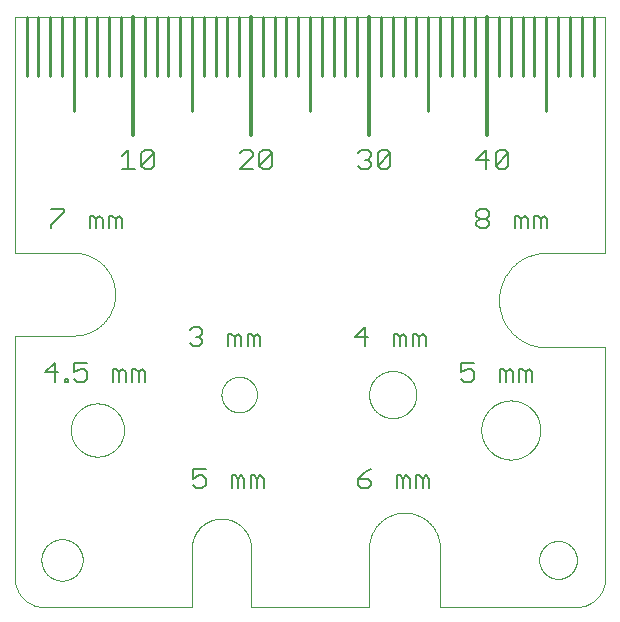
<source format=gto>
G75*
%MOIN*%
%OFA0B0*%
%FSLAX25Y25*%
%IPPOS*%
%LPD*%
%AMOC8*
5,1,8,0,0,1.08239X$1,22.5*
%
%ADD10C,0.00000*%
%ADD11C,0.00600*%
%ADD12C,0.01200*%
%ADD13C,0.01000*%
D10*
X0001000Y0010843D02*
X0001000Y0091551D01*
X0020685Y0091551D01*
X0021021Y0091555D01*
X0021356Y0091567D01*
X0021691Y0091588D01*
X0022025Y0091616D01*
X0022359Y0091653D01*
X0022691Y0091698D01*
X0023023Y0091751D01*
X0023353Y0091812D01*
X0023681Y0091881D01*
X0024008Y0091958D01*
X0024332Y0092043D01*
X0024655Y0092135D01*
X0024975Y0092236D01*
X0025293Y0092344D01*
X0025608Y0092460D01*
X0025920Y0092584D01*
X0026228Y0092715D01*
X0026534Y0092854D01*
X0026836Y0093000D01*
X0027135Y0093153D01*
X0027429Y0093314D01*
X0027720Y0093482D01*
X0028006Y0093657D01*
X0028288Y0093839D01*
X0028566Y0094027D01*
X0028839Y0094222D01*
X0029107Y0094424D01*
X0029370Y0094632D01*
X0029628Y0094847D01*
X0029881Y0095068D01*
X0030128Y0095295D01*
X0030369Y0095528D01*
X0030605Y0095767D01*
X0030835Y0096011D01*
X0031059Y0096261D01*
X0031277Y0096516D01*
X0031488Y0096777D01*
X0031694Y0097042D01*
X0031892Y0097313D01*
X0032084Y0097588D01*
X0032269Y0097868D01*
X0032448Y0098152D01*
X0032619Y0098441D01*
X0032783Y0098734D01*
X0032940Y0099030D01*
X0033090Y0099330D01*
X0033232Y0099634D01*
X0033367Y0099942D01*
X0033495Y0100252D01*
X0033615Y0100565D01*
X0033727Y0100882D01*
X0033831Y0101201D01*
X0033928Y0101522D01*
X0034017Y0101846D01*
X0034098Y0102171D01*
X0034171Y0102499D01*
X0034236Y0102828D01*
X0034293Y0103159D01*
X0034342Y0103491D01*
X0034382Y0103824D01*
X0034415Y0104158D01*
X0034439Y0104493D01*
X0034456Y0104828D01*
X0034464Y0105163D01*
X0034464Y0105499D01*
X0034456Y0105834D01*
X0034439Y0106169D01*
X0034415Y0106504D01*
X0034382Y0106838D01*
X0034342Y0107171D01*
X0034293Y0107503D01*
X0034236Y0107834D01*
X0034171Y0108163D01*
X0034098Y0108491D01*
X0034017Y0108816D01*
X0033928Y0109140D01*
X0033831Y0109461D01*
X0033727Y0109780D01*
X0033615Y0110097D01*
X0033495Y0110410D01*
X0033367Y0110720D01*
X0033232Y0111028D01*
X0033090Y0111332D01*
X0032940Y0111632D01*
X0032783Y0111928D01*
X0032619Y0112221D01*
X0032448Y0112510D01*
X0032269Y0112794D01*
X0032084Y0113074D01*
X0031892Y0113349D01*
X0031694Y0113620D01*
X0031488Y0113885D01*
X0031277Y0114146D01*
X0031059Y0114401D01*
X0030835Y0114651D01*
X0030605Y0114895D01*
X0030369Y0115134D01*
X0030128Y0115367D01*
X0029881Y0115594D01*
X0029628Y0115815D01*
X0029370Y0116030D01*
X0029107Y0116238D01*
X0028839Y0116440D01*
X0028566Y0116635D01*
X0028288Y0116823D01*
X0028006Y0117005D01*
X0027720Y0117180D01*
X0027429Y0117348D01*
X0027135Y0117509D01*
X0026836Y0117662D01*
X0026534Y0117808D01*
X0026228Y0117947D01*
X0025920Y0118078D01*
X0025608Y0118202D01*
X0025293Y0118318D01*
X0024975Y0118426D01*
X0024655Y0118527D01*
X0024332Y0118619D01*
X0024008Y0118704D01*
X0023681Y0118781D01*
X0023353Y0118850D01*
X0023023Y0118911D01*
X0022691Y0118964D01*
X0022359Y0119009D01*
X0022025Y0119046D01*
X0021691Y0119074D01*
X0021356Y0119095D01*
X0021021Y0119107D01*
X0020685Y0119111D01*
X0020685Y0119110D02*
X0001000Y0119110D01*
X0001000Y0197850D01*
X0197850Y0197850D01*
X0197850Y0119110D01*
X0178165Y0119110D01*
X0177782Y0119105D01*
X0177398Y0119091D01*
X0177015Y0119068D01*
X0176633Y0119035D01*
X0176252Y0118993D01*
X0175872Y0118942D01*
X0175493Y0118882D01*
X0175116Y0118812D01*
X0174741Y0118733D01*
X0174368Y0118645D01*
X0173997Y0118548D01*
X0173628Y0118442D01*
X0173262Y0118327D01*
X0172899Y0118204D01*
X0172539Y0118071D01*
X0172183Y0117930D01*
X0171830Y0117780D01*
X0171481Y0117621D01*
X0171135Y0117454D01*
X0170794Y0117279D01*
X0170458Y0117095D01*
X0170126Y0116903D01*
X0169798Y0116703D01*
X0169476Y0116496D01*
X0169159Y0116280D01*
X0168847Y0116057D01*
X0168540Y0115826D01*
X0168240Y0115588D01*
X0167945Y0115343D01*
X0167656Y0115091D01*
X0167374Y0114831D01*
X0167097Y0114565D01*
X0166828Y0114292D01*
X0166565Y0114013D01*
X0166309Y0113727D01*
X0166060Y0113436D01*
X0165819Y0113138D01*
X0165584Y0112834D01*
X0165357Y0112525D01*
X0165138Y0112211D01*
X0164926Y0111891D01*
X0164723Y0111566D01*
X0164527Y0111236D01*
X0164339Y0110902D01*
X0164160Y0110563D01*
X0163988Y0110219D01*
X0163826Y0109872D01*
X0163671Y0109521D01*
X0163526Y0109166D01*
X0163389Y0108808D01*
X0163260Y0108447D01*
X0163141Y0108082D01*
X0163031Y0107715D01*
X0162929Y0107345D01*
X0162837Y0106973D01*
X0162753Y0106599D01*
X0162679Y0106222D01*
X0162614Y0105844D01*
X0162558Y0105465D01*
X0162511Y0105084D01*
X0162474Y0104703D01*
X0162446Y0104320D01*
X0162428Y0103937D01*
X0162418Y0103554D01*
X0162418Y0103170D01*
X0162428Y0102787D01*
X0162446Y0102404D01*
X0162474Y0102021D01*
X0162511Y0101640D01*
X0162558Y0101259D01*
X0162614Y0100880D01*
X0162679Y0100502D01*
X0162753Y0100125D01*
X0162837Y0099751D01*
X0162929Y0099379D01*
X0163031Y0099009D01*
X0163141Y0098642D01*
X0163260Y0098277D01*
X0163389Y0097916D01*
X0163526Y0097558D01*
X0163671Y0097203D01*
X0163826Y0096852D01*
X0163988Y0096505D01*
X0164160Y0096161D01*
X0164339Y0095822D01*
X0164527Y0095488D01*
X0164723Y0095158D01*
X0164926Y0094833D01*
X0165138Y0094513D01*
X0165357Y0094199D01*
X0165584Y0093890D01*
X0165819Y0093586D01*
X0166060Y0093288D01*
X0166309Y0092997D01*
X0166565Y0092711D01*
X0166828Y0092432D01*
X0167097Y0092159D01*
X0167374Y0091893D01*
X0167656Y0091633D01*
X0167945Y0091381D01*
X0168240Y0091136D01*
X0168540Y0090898D01*
X0168847Y0090667D01*
X0169159Y0090444D01*
X0169476Y0090228D01*
X0169798Y0090021D01*
X0170126Y0089821D01*
X0170458Y0089629D01*
X0170794Y0089445D01*
X0171135Y0089270D01*
X0171481Y0089103D01*
X0171830Y0088944D01*
X0172183Y0088794D01*
X0172539Y0088653D01*
X0172899Y0088520D01*
X0173262Y0088397D01*
X0173628Y0088282D01*
X0173997Y0088176D01*
X0174368Y0088079D01*
X0174741Y0087991D01*
X0175116Y0087912D01*
X0175493Y0087842D01*
X0175872Y0087782D01*
X0176252Y0087731D01*
X0176633Y0087689D01*
X0177015Y0087656D01*
X0177398Y0087633D01*
X0177782Y0087619D01*
X0178165Y0087614D01*
X0197850Y0087614D01*
X0197850Y0010843D01*
X0197851Y0010843D02*
X0197848Y0010605D01*
X0197840Y0010367D01*
X0197825Y0010130D01*
X0197805Y0009893D01*
X0197779Y0009657D01*
X0197748Y0009421D01*
X0197711Y0009186D01*
X0197668Y0008952D01*
X0197619Y0008719D01*
X0197565Y0008487D01*
X0197505Y0008257D01*
X0197440Y0008028D01*
X0197369Y0007801D01*
X0197293Y0007576D01*
X0197211Y0007353D01*
X0197124Y0007131D01*
X0197032Y0006912D01*
X0196934Y0006695D01*
X0196832Y0006481D01*
X0196724Y0006269D01*
X0196610Y0006059D01*
X0196492Y0005853D01*
X0196369Y0005649D01*
X0196241Y0005449D01*
X0196109Y0005252D01*
X0195971Y0005057D01*
X0195829Y0004867D01*
X0195682Y0004679D01*
X0195531Y0004496D01*
X0195376Y0004316D01*
X0195216Y0004140D01*
X0195052Y0003968D01*
X0194883Y0003799D01*
X0194711Y0003635D01*
X0194535Y0003475D01*
X0194355Y0003320D01*
X0194172Y0003169D01*
X0193984Y0003022D01*
X0193794Y0002880D01*
X0193599Y0002742D01*
X0193402Y0002610D01*
X0193202Y0002482D01*
X0192998Y0002359D01*
X0192792Y0002241D01*
X0192582Y0002127D01*
X0192370Y0002019D01*
X0192156Y0001917D01*
X0191939Y0001819D01*
X0191720Y0001727D01*
X0191498Y0001640D01*
X0191275Y0001558D01*
X0191050Y0001482D01*
X0190823Y0001411D01*
X0190594Y0001346D01*
X0190364Y0001286D01*
X0190132Y0001232D01*
X0189899Y0001183D01*
X0189665Y0001140D01*
X0189430Y0001103D01*
X0189194Y0001072D01*
X0188958Y0001046D01*
X0188721Y0001026D01*
X0188484Y0001011D01*
X0188246Y0001003D01*
X0188008Y0001000D01*
X0142732Y0001000D01*
X0142732Y0020685D01*
X0142728Y0020973D01*
X0142718Y0021260D01*
X0142700Y0021547D01*
X0142676Y0021834D01*
X0142645Y0022120D01*
X0142606Y0022405D01*
X0142561Y0022689D01*
X0142509Y0022972D01*
X0142449Y0023253D01*
X0142383Y0023533D01*
X0142311Y0023811D01*
X0142231Y0024088D01*
X0142145Y0024362D01*
X0142052Y0024634D01*
X0141953Y0024904D01*
X0141847Y0025172D01*
X0141734Y0025436D01*
X0141615Y0025698D01*
X0141490Y0025957D01*
X0141358Y0026213D01*
X0141221Y0026466D01*
X0141077Y0026715D01*
X0140927Y0026960D01*
X0140771Y0027202D01*
X0140610Y0027440D01*
X0140442Y0027674D01*
X0140269Y0027904D01*
X0140091Y0028129D01*
X0139907Y0028350D01*
X0139718Y0028567D01*
X0139523Y0028779D01*
X0139323Y0028986D01*
X0139119Y0029188D01*
X0138909Y0029385D01*
X0138695Y0029577D01*
X0138476Y0029763D01*
X0138253Y0029945D01*
X0138025Y0030121D01*
X0137793Y0030291D01*
X0137557Y0030455D01*
X0137318Y0030614D01*
X0137074Y0030767D01*
X0136827Y0030914D01*
X0136576Y0031054D01*
X0136321Y0031189D01*
X0136064Y0031317D01*
X0135804Y0031439D01*
X0135540Y0031555D01*
X0135274Y0031664D01*
X0135006Y0031767D01*
X0134735Y0031863D01*
X0134461Y0031953D01*
X0134186Y0032036D01*
X0133908Y0032112D01*
X0133629Y0032181D01*
X0133349Y0032244D01*
X0133066Y0032300D01*
X0132783Y0032348D01*
X0132498Y0032390D01*
X0132213Y0032425D01*
X0131927Y0032453D01*
X0131640Y0032474D01*
X0131352Y0032488D01*
X0131065Y0032495D01*
X0130777Y0032495D01*
X0130490Y0032488D01*
X0130202Y0032474D01*
X0129915Y0032453D01*
X0129629Y0032425D01*
X0129344Y0032390D01*
X0129059Y0032348D01*
X0128776Y0032300D01*
X0128493Y0032244D01*
X0128213Y0032181D01*
X0127934Y0032112D01*
X0127656Y0032036D01*
X0127381Y0031953D01*
X0127107Y0031863D01*
X0126836Y0031767D01*
X0126568Y0031664D01*
X0126302Y0031555D01*
X0126038Y0031439D01*
X0125778Y0031317D01*
X0125521Y0031189D01*
X0125266Y0031054D01*
X0125016Y0030914D01*
X0124768Y0030767D01*
X0124524Y0030614D01*
X0124285Y0030455D01*
X0124049Y0030291D01*
X0123817Y0030121D01*
X0123589Y0029945D01*
X0123366Y0029763D01*
X0123147Y0029577D01*
X0122933Y0029385D01*
X0122723Y0029188D01*
X0122519Y0028986D01*
X0122319Y0028779D01*
X0122124Y0028567D01*
X0121935Y0028350D01*
X0121751Y0028129D01*
X0121573Y0027904D01*
X0121400Y0027674D01*
X0121232Y0027440D01*
X0121071Y0027202D01*
X0120915Y0026960D01*
X0120765Y0026715D01*
X0120621Y0026466D01*
X0120484Y0026213D01*
X0120352Y0025957D01*
X0120227Y0025698D01*
X0120108Y0025436D01*
X0119995Y0025172D01*
X0119889Y0024904D01*
X0119790Y0024634D01*
X0119697Y0024362D01*
X0119611Y0024088D01*
X0119531Y0023811D01*
X0119459Y0023533D01*
X0119393Y0023253D01*
X0119333Y0022972D01*
X0119281Y0022689D01*
X0119236Y0022405D01*
X0119197Y0022120D01*
X0119166Y0021834D01*
X0119142Y0021547D01*
X0119124Y0021260D01*
X0119114Y0020973D01*
X0119110Y0020685D01*
X0119110Y0001000D01*
X0079740Y0001000D01*
X0079740Y0020685D01*
X0079741Y0020685D02*
X0079738Y0020925D01*
X0079729Y0021164D01*
X0079715Y0021403D01*
X0079694Y0021642D01*
X0079668Y0021881D01*
X0079636Y0022118D01*
X0079598Y0022355D01*
X0079555Y0022591D01*
X0079506Y0022825D01*
X0079451Y0023058D01*
X0079390Y0023290D01*
X0079324Y0023521D01*
X0079252Y0023749D01*
X0079174Y0023976D01*
X0079092Y0024201D01*
X0079003Y0024424D01*
X0078909Y0024645D01*
X0078810Y0024863D01*
X0078706Y0025079D01*
X0078596Y0025292D01*
X0078482Y0025502D01*
X0078362Y0025710D01*
X0078237Y0025915D01*
X0078107Y0026116D01*
X0077972Y0026314D01*
X0077833Y0026509D01*
X0077689Y0026701D01*
X0077540Y0026889D01*
X0077387Y0027073D01*
X0077229Y0027253D01*
X0077067Y0027430D01*
X0076900Y0027603D01*
X0076730Y0027771D01*
X0076555Y0027935D01*
X0076377Y0028095D01*
X0076194Y0028251D01*
X0076008Y0028402D01*
X0075818Y0028548D01*
X0075625Y0028690D01*
X0075429Y0028827D01*
X0075229Y0028960D01*
X0075026Y0029087D01*
X0074820Y0029209D01*
X0074610Y0029327D01*
X0074399Y0029439D01*
X0074184Y0029546D01*
X0073967Y0029648D01*
X0073748Y0029744D01*
X0073526Y0029835D01*
X0073302Y0029921D01*
X0073076Y0030001D01*
X0072848Y0030075D01*
X0072619Y0030144D01*
X0072388Y0030208D01*
X0072155Y0030266D01*
X0071921Y0030318D01*
X0071686Y0030364D01*
X0071450Y0030405D01*
X0071212Y0030440D01*
X0070975Y0030469D01*
X0070736Y0030492D01*
X0070497Y0030510D01*
X0070257Y0030521D01*
X0070018Y0030527D01*
X0069778Y0030527D01*
X0069539Y0030521D01*
X0069299Y0030510D01*
X0069060Y0030492D01*
X0068821Y0030469D01*
X0068584Y0030440D01*
X0068346Y0030405D01*
X0068110Y0030364D01*
X0067875Y0030318D01*
X0067641Y0030266D01*
X0067408Y0030208D01*
X0067177Y0030144D01*
X0066948Y0030075D01*
X0066720Y0030001D01*
X0066494Y0029921D01*
X0066270Y0029835D01*
X0066048Y0029744D01*
X0065829Y0029648D01*
X0065612Y0029546D01*
X0065397Y0029439D01*
X0065186Y0029327D01*
X0064977Y0029209D01*
X0064770Y0029087D01*
X0064567Y0028960D01*
X0064367Y0028827D01*
X0064171Y0028690D01*
X0063978Y0028548D01*
X0063788Y0028402D01*
X0063602Y0028251D01*
X0063419Y0028095D01*
X0063241Y0027935D01*
X0063066Y0027771D01*
X0062896Y0027603D01*
X0062729Y0027430D01*
X0062567Y0027253D01*
X0062409Y0027073D01*
X0062256Y0026889D01*
X0062107Y0026701D01*
X0061963Y0026509D01*
X0061824Y0026314D01*
X0061689Y0026116D01*
X0061559Y0025915D01*
X0061434Y0025710D01*
X0061314Y0025502D01*
X0061200Y0025292D01*
X0061090Y0025079D01*
X0060986Y0024863D01*
X0060887Y0024645D01*
X0060793Y0024424D01*
X0060704Y0024201D01*
X0060622Y0023976D01*
X0060544Y0023749D01*
X0060472Y0023521D01*
X0060406Y0023290D01*
X0060345Y0023058D01*
X0060290Y0022825D01*
X0060241Y0022591D01*
X0060198Y0022355D01*
X0060160Y0022118D01*
X0060128Y0021881D01*
X0060102Y0021642D01*
X0060081Y0021403D01*
X0060067Y0021164D01*
X0060058Y0020925D01*
X0060055Y0020685D01*
X0060055Y0001000D01*
X0010843Y0001000D01*
X0010605Y0001003D01*
X0010367Y0001011D01*
X0010130Y0001026D01*
X0009893Y0001046D01*
X0009657Y0001072D01*
X0009421Y0001103D01*
X0009186Y0001140D01*
X0008952Y0001183D01*
X0008719Y0001232D01*
X0008487Y0001286D01*
X0008257Y0001346D01*
X0008028Y0001411D01*
X0007801Y0001482D01*
X0007576Y0001558D01*
X0007353Y0001640D01*
X0007131Y0001727D01*
X0006912Y0001819D01*
X0006695Y0001917D01*
X0006481Y0002019D01*
X0006269Y0002127D01*
X0006059Y0002241D01*
X0005853Y0002359D01*
X0005649Y0002482D01*
X0005449Y0002610D01*
X0005252Y0002742D01*
X0005057Y0002880D01*
X0004867Y0003022D01*
X0004679Y0003169D01*
X0004496Y0003320D01*
X0004316Y0003475D01*
X0004140Y0003635D01*
X0003968Y0003799D01*
X0003799Y0003968D01*
X0003635Y0004140D01*
X0003475Y0004316D01*
X0003320Y0004496D01*
X0003169Y0004679D01*
X0003022Y0004867D01*
X0002880Y0005057D01*
X0002742Y0005252D01*
X0002610Y0005449D01*
X0002482Y0005649D01*
X0002359Y0005853D01*
X0002241Y0006059D01*
X0002127Y0006269D01*
X0002019Y0006481D01*
X0001917Y0006695D01*
X0001819Y0006912D01*
X0001727Y0007131D01*
X0001640Y0007353D01*
X0001558Y0007576D01*
X0001482Y0007801D01*
X0001411Y0008028D01*
X0001346Y0008257D01*
X0001286Y0008487D01*
X0001232Y0008719D01*
X0001183Y0008952D01*
X0001140Y0009186D01*
X0001103Y0009421D01*
X0001072Y0009657D01*
X0001046Y0009893D01*
X0001026Y0010130D01*
X0001011Y0010367D01*
X0001003Y0010605D01*
X0001000Y0010843D01*
X0009858Y0016748D02*
X0009860Y0016917D01*
X0009866Y0017086D01*
X0009877Y0017255D01*
X0009891Y0017423D01*
X0009910Y0017591D01*
X0009933Y0017759D01*
X0009959Y0017926D01*
X0009990Y0018092D01*
X0010025Y0018258D01*
X0010064Y0018422D01*
X0010108Y0018586D01*
X0010155Y0018748D01*
X0010206Y0018909D01*
X0010261Y0019069D01*
X0010320Y0019228D01*
X0010382Y0019385D01*
X0010449Y0019540D01*
X0010520Y0019694D01*
X0010594Y0019846D01*
X0010672Y0019996D01*
X0010753Y0020144D01*
X0010838Y0020290D01*
X0010927Y0020434D01*
X0011019Y0020576D01*
X0011115Y0020715D01*
X0011214Y0020852D01*
X0011316Y0020987D01*
X0011422Y0021119D01*
X0011531Y0021248D01*
X0011643Y0021375D01*
X0011758Y0021499D01*
X0011876Y0021620D01*
X0011997Y0021738D01*
X0012121Y0021853D01*
X0012248Y0021965D01*
X0012377Y0022074D01*
X0012509Y0022180D01*
X0012644Y0022282D01*
X0012781Y0022381D01*
X0012920Y0022477D01*
X0013062Y0022569D01*
X0013206Y0022658D01*
X0013352Y0022743D01*
X0013500Y0022824D01*
X0013650Y0022902D01*
X0013802Y0022976D01*
X0013956Y0023047D01*
X0014111Y0023114D01*
X0014268Y0023176D01*
X0014427Y0023235D01*
X0014587Y0023290D01*
X0014748Y0023341D01*
X0014910Y0023388D01*
X0015074Y0023432D01*
X0015238Y0023471D01*
X0015404Y0023506D01*
X0015570Y0023537D01*
X0015737Y0023563D01*
X0015905Y0023586D01*
X0016073Y0023605D01*
X0016241Y0023619D01*
X0016410Y0023630D01*
X0016579Y0023636D01*
X0016748Y0023638D01*
X0016917Y0023636D01*
X0017086Y0023630D01*
X0017255Y0023619D01*
X0017423Y0023605D01*
X0017591Y0023586D01*
X0017759Y0023563D01*
X0017926Y0023537D01*
X0018092Y0023506D01*
X0018258Y0023471D01*
X0018422Y0023432D01*
X0018586Y0023388D01*
X0018748Y0023341D01*
X0018909Y0023290D01*
X0019069Y0023235D01*
X0019228Y0023176D01*
X0019385Y0023114D01*
X0019540Y0023047D01*
X0019694Y0022976D01*
X0019846Y0022902D01*
X0019996Y0022824D01*
X0020144Y0022743D01*
X0020290Y0022658D01*
X0020434Y0022569D01*
X0020576Y0022477D01*
X0020715Y0022381D01*
X0020852Y0022282D01*
X0020987Y0022180D01*
X0021119Y0022074D01*
X0021248Y0021965D01*
X0021375Y0021853D01*
X0021499Y0021738D01*
X0021620Y0021620D01*
X0021738Y0021499D01*
X0021853Y0021375D01*
X0021965Y0021248D01*
X0022074Y0021119D01*
X0022180Y0020987D01*
X0022282Y0020852D01*
X0022381Y0020715D01*
X0022477Y0020576D01*
X0022569Y0020434D01*
X0022658Y0020290D01*
X0022743Y0020144D01*
X0022824Y0019996D01*
X0022902Y0019846D01*
X0022976Y0019694D01*
X0023047Y0019540D01*
X0023114Y0019385D01*
X0023176Y0019228D01*
X0023235Y0019069D01*
X0023290Y0018909D01*
X0023341Y0018748D01*
X0023388Y0018586D01*
X0023432Y0018422D01*
X0023471Y0018258D01*
X0023506Y0018092D01*
X0023537Y0017926D01*
X0023563Y0017759D01*
X0023586Y0017591D01*
X0023605Y0017423D01*
X0023619Y0017255D01*
X0023630Y0017086D01*
X0023636Y0016917D01*
X0023638Y0016748D01*
X0023636Y0016579D01*
X0023630Y0016410D01*
X0023619Y0016241D01*
X0023605Y0016073D01*
X0023586Y0015905D01*
X0023563Y0015737D01*
X0023537Y0015570D01*
X0023506Y0015404D01*
X0023471Y0015238D01*
X0023432Y0015074D01*
X0023388Y0014910D01*
X0023341Y0014748D01*
X0023290Y0014587D01*
X0023235Y0014427D01*
X0023176Y0014268D01*
X0023114Y0014111D01*
X0023047Y0013956D01*
X0022976Y0013802D01*
X0022902Y0013650D01*
X0022824Y0013500D01*
X0022743Y0013352D01*
X0022658Y0013206D01*
X0022569Y0013062D01*
X0022477Y0012920D01*
X0022381Y0012781D01*
X0022282Y0012644D01*
X0022180Y0012509D01*
X0022074Y0012377D01*
X0021965Y0012248D01*
X0021853Y0012121D01*
X0021738Y0011997D01*
X0021620Y0011876D01*
X0021499Y0011758D01*
X0021375Y0011643D01*
X0021248Y0011531D01*
X0021119Y0011422D01*
X0020987Y0011316D01*
X0020852Y0011214D01*
X0020715Y0011115D01*
X0020576Y0011019D01*
X0020434Y0010927D01*
X0020290Y0010838D01*
X0020144Y0010753D01*
X0019996Y0010672D01*
X0019846Y0010594D01*
X0019694Y0010520D01*
X0019540Y0010449D01*
X0019385Y0010382D01*
X0019228Y0010320D01*
X0019069Y0010261D01*
X0018909Y0010206D01*
X0018748Y0010155D01*
X0018586Y0010108D01*
X0018422Y0010064D01*
X0018258Y0010025D01*
X0018092Y0009990D01*
X0017926Y0009959D01*
X0017759Y0009933D01*
X0017591Y0009910D01*
X0017423Y0009891D01*
X0017255Y0009877D01*
X0017086Y0009866D01*
X0016917Y0009860D01*
X0016748Y0009858D01*
X0016579Y0009860D01*
X0016410Y0009866D01*
X0016241Y0009877D01*
X0016073Y0009891D01*
X0015905Y0009910D01*
X0015737Y0009933D01*
X0015570Y0009959D01*
X0015404Y0009990D01*
X0015238Y0010025D01*
X0015074Y0010064D01*
X0014910Y0010108D01*
X0014748Y0010155D01*
X0014587Y0010206D01*
X0014427Y0010261D01*
X0014268Y0010320D01*
X0014111Y0010382D01*
X0013956Y0010449D01*
X0013802Y0010520D01*
X0013650Y0010594D01*
X0013500Y0010672D01*
X0013352Y0010753D01*
X0013206Y0010838D01*
X0013062Y0010927D01*
X0012920Y0011019D01*
X0012781Y0011115D01*
X0012644Y0011214D01*
X0012509Y0011316D01*
X0012377Y0011422D01*
X0012248Y0011531D01*
X0012121Y0011643D01*
X0011997Y0011758D01*
X0011876Y0011876D01*
X0011758Y0011997D01*
X0011643Y0012121D01*
X0011531Y0012248D01*
X0011422Y0012377D01*
X0011316Y0012509D01*
X0011214Y0012644D01*
X0011115Y0012781D01*
X0011019Y0012920D01*
X0010927Y0013062D01*
X0010838Y0013206D01*
X0010753Y0013352D01*
X0010672Y0013500D01*
X0010594Y0013650D01*
X0010520Y0013802D01*
X0010449Y0013956D01*
X0010382Y0014111D01*
X0010320Y0014268D01*
X0010261Y0014427D01*
X0010206Y0014587D01*
X0010155Y0014748D01*
X0010108Y0014910D01*
X0010064Y0015074D01*
X0010025Y0015238D01*
X0009990Y0015404D01*
X0009959Y0015570D01*
X0009933Y0015737D01*
X0009910Y0015905D01*
X0009891Y0016073D01*
X0009877Y0016241D01*
X0009866Y0016410D01*
X0009860Y0016579D01*
X0009858Y0016748D01*
X0019701Y0060055D02*
X0019704Y0060272D01*
X0019712Y0060490D01*
X0019725Y0060707D01*
X0019744Y0060923D01*
X0019768Y0061139D01*
X0019797Y0061355D01*
X0019831Y0061569D01*
X0019871Y0061783D01*
X0019916Y0061996D01*
X0019966Y0062207D01*
X0020022Y0062418D01*
X0020082Y0062626D01*
X0020148Y0062834D01*
X0020219Y0063039D01*
X0020295Y0063243D01*
X0020375Y0063445D01*
X0020461Y0063645D01*
X0020551Y0063842D01*
X0020647Y0064038D01*
X0020747Y0064231D01*
X0020852Y0064421D01*
X0020961Y0064609D01*
X0021075Y0064794D01*
X0021194Y0064976D01*
X0021317Y0065156D01*
X0021444Y0065332D01*
X0021576Y0065505D01*
X0021712Y0065674D01*
X0021852Y0065841D01*
X0021996Y0066004D01*
X0022144Y0066163D01*
X0022295Y0066319D01*
X0022451Y0066470D01*
X0022610Y0066618D01*
X0022773Y0066762D01*
X0022940Y0066902D01*
X0023109Y0067038D01*
X0023282Y0067170D01*
X0023458Y0067297D01*
X0023638Y0067420D01*
X0023820Y0067539D01*
X0024005Y0067653D01*
X0024193Y0067762D01*
X0024383Y0067867D01*
X0024576Y0067967D01*
X0024772Y0068063D01*
X0024969Y0068153D01*
X0025169Y0068239D01*
X0025371Y0068319D01*
X0025575Y0068395D01*
X0025780Y0068466D01*
X0025988Y0068532D01*
X0026196Y0068592D01*
X0026407Y0068648D01*
X0026618Y0068698D01*
X0026831Y0068743D01*
X0027045Y0068783D01*
X0027259Y0068817D01*
X0027475Y0068846D01*
X0027691Y0068870D01*
X0027907Y0068889D01*
X0028124Y0068902D01*
X0028342Y0068910D01*
X0028559Y0068913D01*
X0028776Y0068910D01*
X0028994Y0068902D01*
X0029211Y0068889D01*
X0029427Y0068870D01*
X0029643Y0068846D01*
X0029859Y0068817D01*
X0030073Y0068783D01*
X0030287Y0068743D01*
X0030500Y0068698D01*
X0030711Y0068648D01*
X0030922Y0068592D01*
X0031130Y0068532D01*
X0031338Y0068466D01*
X0031543Y0068395D01*
X0031747Y0068319D01*
X0031949Y0068239D01*
X0032149Y0068153D01*
X0032346Y0068063D01*
X0032542Y0067967D01*
X0032735Y0067867D01*
X0032925Y0067762D01*
X0033113Y0067653D01*
X0033298Y0067539D01*
X0033480Y0067420D01*
X0033660Y0067297D01*
X0033836Y0067170D01*
X0034009Y0067038D01*
X0034178Y0066902D01*
X0034345Y0066762D01*
X0034508Y0066618D01*
X0034667Y0066470D01*
X0034823Y0066319D01*
X0034974Y0066163D01*
X0035122Y0066004D01*
X0035266Y0065841D01*
X0035406Y0065674D01*
X0035542Y0065505D01*
X0035674Y0065332D01*
X0035801Y0065156D01*
X0035924Y0064976D01*
X0036043Y0064794D01*
X0036157Y0064609D01*
X0036266Y0064421D01*
X0036371Y0064231D01*
X0036471Y0064038D01*
X0036567Y0063842D01*
X0036657Y0063645D01*
X0036743Y0063445D01*
X0036823Y0063243D01*
X0036899Y0063039D01*
X0036970Y0062834D01*
X0037036Y0062626D01*
X0037096Y0062418D01*
X0037152Y0062207D01*
X0037202Y0061996D01*
X0037247Y0061783D01*
X0037287Y0061569D01*
X0037321Y0061355D01*
X0037350Y0061139D01*
X0037374Y0060923D01*
X0037393Y0060707D01*
X0037406Y0060490D01*
X0037414Y0060272D01*
X0037417Y0060055D01*
X0037414Y0059838D01*
X0037406Y0059620D01*
X0037393Y0059403D01*
X0037374Y0059187D01*
X0037350Y0058971D01*
X0037321Y0058755D01*
X0037287Y0058541D01*
X0037247Y0058327D01*
X0037202Y0058114D01*
X0037152Y0057903D01*
X0037096Y0057692D01*
X0037036Y0057484D01*
X0036970Y0057276D01*
X0036899Y0057071D01*
X0036823Y0056867D01*
X0036743Y0056665D01*
X0036657Y0056465D01*
X0036567Y0056268D01*
X0036471Y0056072D01*
X0036371Y0055879D01*
X0036266Y0055689D01*
X0036157Y0055501D01*
X0036043Y0055316D01*
X0035924Y0055134D01*
X0035801Y0054954D01*
X0035674Y0054778D01*
X0035542Y0054605D01*
X0035406Y0054436D01*
X0035266Y0054269D01*
X0035122Y0054106D01*
X0034974Y0053947D01*
X0034823Y0053791D01*
X0034667Y0053640D01*
X0034508Y0053492D01*
X0034345Y0053348D01*
X0034178Y0053208D01*
X0034009Y0053072D01*
X0033836Y0052940D01*
X0033660Y0052813D01*
X0033480Y0052690D01*
X0033298Y0052571D01*
X0033113Y0052457D01*
X0032925Y0052348D01*
X0032735Y0052243D01*
X0032542Y0052143D01*
X0032346Y0052047D01*
X0032149Y0051957D01*
X0031949Y0051871D01*
X0031747Y0051791D01*
X0031543Y0051715D01*
X0031338Y0051644D01*
X0031130Y0051578D01*
X0030922Y0051518D01*
X0030711Y0051462D01*
X0030500Y0051412D01*
X0030287Y0051367D01*
X0030073Y0051327D01*
X0029859Y0051293D01*
X0029643Y0051264D01*
X0029427Y0051240D01*
X0029211Y0051221D01*
X0028994Y0051208D01*
X0028776Y0051200D01*
X0028559Y0051197D01*
X0028342Y0051200D01*
X0028124Y0051208D01*
X0027907Y0051221D01*
X0027691Y0051240D01*
X0027475Y0051264D01*
X0027259Y0051293D01*
X0027045Y0051327D01*
X0026831Y0051367D01*
X0026618Y0051412D01*
X0026407Y0051462D01*
X0026196Y0051518D01*
X0025988Y0051578D01*
X0025780Y0051644D01*
X0025575Y0051715D01*
X0025371Y0051791D01*
X0025169Y0051871D01*
X0024969Y0051957D01*
X0024772Y0052047D01*
X0024576Y0052143D01*
X0024383Y0052243D01*
X0024193Y0052348D01*
X0024005Y0052457D01*
X0023820Y0052571D01*
X0023638Y0052690D01*
X0023458Y0052813D01*
X0023282Y0052940D01*
X0023109Y0053072D01*
X0022940Y0053208D01*
X0022773Y0053348D01*
X0022610Y0053492D01*
X0022451Y0053640D01*
X0022295Y0053791D01*
X0022144Y0053947D01*
X0021996Y0054106D01*
X0021852Y0054269D01*
X0021712Y0054436D01*
X0021576Y0054605D01*
X0021444Y0054778D01*
X0021317Y0054954D01*
X0021194Y0055134D01*
X0021075Y0055316D01*
X0020961Y0055501D01*
X0020852Y0055689D01*
X0020747Y0055879D01*
X0020647Y0056072D01*
X0020551Y0056268D01*
X0020461Y0056465D01*
X0020375Y0056665D01*
X0020295Y0056867D01*
X0020219Y0057071D01*
X0020148Y0057276D01*
X0020082Y0057484D01*
X0020022Y0057692D01*
X0019966Y0057903D01*
X0019916Y0058114D01*
X0019871Y0058327D01*
X0019831Y0058541D01*
X0019797Y0058755D01*
X0019768Y0058971D01*
X0019744Y0059187D01*
X0019725Y0059403D01*
X0019712Y0059620D01*
X0019704Y0059838D01*
X0019701Y0060055D01*
X0069897Y0071866D02*
X0069899Y0072019D01*
X0069905Y0072173D01*
X0069915Y0072326D01*
X0069929Y0072478D01*
X0069947Y0072631D01*
X0069969Y0072782D01*
X0069994Y0072933D01*
X0070024Y0073084D01*
X0070058Y0073234D01*
X0070095Y0073382D01*
X0070136Y0073530D01*
X0070181Y0073676D01*
X0070230Y0073822D01*
X0070283Y0073966D01*
X0070339Y0074108D01*
X0070399Y0074249D01*
X0070463Y0074389D01*
X0070530Y0074527D01*
X0070601Y0074663D01*
X0070676Y0074797D01*
X0070753Y0074929D01*
X0070835Y0075059D01*
X0070919Y0075187D01*
X0071007Y0075313D01*
X0071098Y0075436D01*
X0071192Y0075557D01*
X0071290Y0075675D01*
X0071390Y0075791D01*
X0071494Y0075904D01*
X0071600Y0076015D01*
X0071709Y0076123D01*
X0071821Y0076228D01*
X0071935Y0076329D01*
X0072053Y0076428D01*
X0072172Y0076524D01*
X0072294Y0076617D01*
X0072419Y0076706D01*
X0072546Y0076793D01*
X0072675Y0076875D01*
X0072806Y0076955D01*
X0072939Y0077031D01*
X0073074Y0077104D01*
X0073211Y0077173D01*
X0073350Y0077238D01*
X0073490Y0077300D01*
X0073632Y0077358D01*
X0073775Y0077413D01*
X0073920Y0077464D01*
X0074066Y0077511D01*
X0074213Y0077554D01*
X0074361Y0077593D01*
X0074510Y0077629D01*
X0074660Y0077660D01*
X0074811Y0077688D01*
X0074962Y0077712D01*
X0075115Y0077732D01*
X0075267Y0077748D01*
X0075420Y0077760D01*
X0075573Y0077768D01*
X0075726Y0077772D01*
X0075880Y0077772D01*
X0076033Y0077768D01*
X0076186Y0077760D01*
X0076339Y0077748D01*
X0076491Y0077732D01*
X0076644Y0077712D01*
X0076795Y0077688D01*
X0076946Y0077660D01*
X0077096Y0077629D01*
X0077245Y0077593D01*
X0077393Y0077554D01*
X0077540Y0077511D01*
X0077686Y0077464D01*
X0077831Y0077413D01*
X0077974Y0077358D01*
X0078116Y0077300D01*
X0078256Y0077238D01*
X0078395Y0077173D01*
X0078532Y0077104D01*
X0078667Y0077031D01*
X0078800Y0076955D01*
X0078931Y0076875D01*
X0079060Y0076793D01*
X0079187Y0076706D01*
X0079312Y0076617D01*
X0079434Y0076524D01*
X0079553Y0076428D01*
X0079671Y0076329D01*
X0079785Y0076228D01*
X0079897Y0076123D01*
X0080006Y0076015D01*
X0080112Y0075904D01*
X0080216Y0075791D01*
X0080316Y0075675D01*
X0080414Y0075557D01*
X0080508Y0075436D01*
X0080599Y0075313D01*
X0080687Y0075187D01*
X0080771Y0075059D01*
X0080853Y0074929D01*
X0080930Y0074797D01*
X0081005Y0074663D01*
X0081076Y0074527D01*
X0081143Y0074389D01*
X0081207Y0074249D01*
X0081267Y0074108D01*
X0081323Y0073966D01*
X0081376Y0073822D01*
X0081425Y0073676D01*
X0081470Y0073530D01*
X0081511Y0073382D01*
X0081548Y0073234D01*
X0081582Y0073084D01*
X0081612Y0072933D01*
X0081637Y0072782D01*
X0081659Y0072631D01*
X0081677Y0072478D01*
X0081691Y0072326D01*
X0081701Y0072173D01*
X0081707Y0072019D01*
X0081709Y0071866D01*
X0081707Y0071713D01*
X0081701Y0071559D01*
X0081691Y0071406D01*
X0081677Y0071254D01*
X0081659Y0071101D01*
X0081637Y0070950D01*
X0081612Y0070799D01*
X0081582Y0070648D01*
X0081548Y0070498D01*
X0081511Y0070350D01*
X0081470Y0070202D01*
X0081425Y0070056D01*
X0081376Y0069910D01*
X0081323Y0069766D01*
X0081267Y0069624D01*
X0081207Y0069483D01*
X0081143Y0069343D01*
X0081076Y0069205D01*
X0081005Y0069069D01*
X0080930Y0068935D01*
X0080853Y0068803D01*
X0080771Y0068673D01*
X0080687Y0068545D01*
X0080599Y0068419D01*
X0080508Y0068296D01*
X0080414Y0068175D01*
X0080316Y0068057D01*
X0080216Y0067941D01*
X0080112Y0067828D01*
X0080006Y0067717D01*
X0079897Y0067609D01*
X0079785Y0067504D01*
X0079671Y0067403D01*
X0079553Y0067304D01*
X0079434Y0067208D01*
X0079312Y0067115D01*
X0079187Y0067026D01*
X0079060Y0066939D01*
X0078931Y0066857D01*
X0078800Y0066777D01*
X0078667Y0066701D01*
X0078532Y0066628D01*
X0078395Y0066559D01*
X0078256Y0066494D01*
X0078116Y0066432D01*
X0077974Y0066374D01*
X0077831Y0066319D01*
X0077686Y0066268D01*
X0077540Y0066221D01*
X0077393Y0066178D01*
X0077245Y0066139D01*
X0077096Y0066103D01*
X0076946Y0066072D01*
X0076795Y0066044D01*
X0076644Y0066020D01*
X0076491Y0066000D01*
X0076339Y0065984D01*
X0076186Y0065972D01*
X0076033Y0065964D01*
X0075880Y0065960D01*
X0075726Y0065960D01*
X0075573Y0065964D01*
X0075420Y0065972D01*
X0075267Y0065984D01*
X0075115Y0066000D01*
X0074962Y0066020D01*
X0074811Y0066044D01*
X0074660Y0066072D01*
X0074510Y0066103D01*
X0074361Y0066139D01*
X0074213Y0066178D01*
X0074066Y0066221D01*
X0073920Y0066268D01*
X0073775Y0066319D01*
X0073632Y0066374D01*
X0073490Y0066432D01*
X0073350Y0066494D01*
X0073211Y0066559D01*
X0073074Y0066628D01*
X0072939Y0066701D01*
X0072806Y0066777D01*
X0072675Y0066857D01*
X0072546Y0066939D01*
X0072419Y0067026D01*
X0072294Y0067115D01*
X0072172Y0067208D01*
X0072053Y0067304D01*
X0071935Y0067403D01*
X0071821Y0067504D01*
X0071709Y0067609D01*
X0071600Y0067717D01*
X0071494Y0067828D01*
X0071390Y0067941D01*
X0071290Y0068057D01*
X0071192Y0068175D01*
X0071098Y0068296D01*
X0071007Y0068419D01*
X0070919Y0068545D01*
X0070835Y0068673D01*
X0070753Y0068803D01*
X0070676Y0068935D01*
X0070601Y0069069D01*
X0070530Y0069205D01*
X0070463Y0069343D01*
X0070399Y0069483D01*
X0070339Y0069624D01*
X0070283Y0069766D01*
X0070230Y0069910D01*
X0070181Y0070056D01*
X0070136Y0070202D01*
X0070095Y0070350D01*
X0070058Y0070498D01*
X0070024Y0070648D01*
X0069994Y0070799D01*
X0069969Y0070950D01*
X0069947Y0071101D01*
X0069929Y0071254D01*
X0069915Y0071406D01*
X0069905Y0071559D01*
X0069899Y0071713D01*
X0069897Y0071866D01*
X0119110Y0071866D02*
X0119112Y0072059D01*
X0119119Y0072252D01*
X0119131Y0072445D01*
X0119148Y0072638D01*
X0119169Y0072830D01*
X0119195Y0073021D01*
X0119226Y0073212D01*
X0119261Y0073402D01*
X0119301Y0073591D01*
X0119346Y0073779D01*
X0119395Y0073966D01*
X0119449Y0074152D01*
X0119507Y0074336D01*
X0119570Y0074519D01*
X0119638Y0074700D01*
X0119709Y0074879D01*
X0119786Y0075057D01*
X0119866Y0075233D01*
X0119951Y0075406D01*
X0120040Y0075578D01*
X0120133Y0075747D01*
X0120230Y0075914D01*
X0120332Y0076079D01*
X0120437Y0076241D01*
X0120546Y0076400D01*
X0120660Y0076557D01*
X0120777Y0076710D01*
X0120897Y0076861D01*
X0121022Y0077009D01*
X0121150Y0077154D01*
X0121281Y0077295D01*
X0121416Y0077434D01*
X0121555Y0077569D01*
X0121696Y0077700D01*
X0121841Y0077828D01*
X0121989Y0077953D01*
X0122140Y0078073D01*
X0122293Y0078190D01*
X0122450Y0078304D01*
X0122609Y0078413D01*
X0122771Y0078518D01*
X0122936Y0078620D01*
X0123103Y0078717D01*
X0123272Y0078810D01*
X0123444Y0078899D01*
X0123617Y0078984D01*
X0123793Y0079064D01*
X0123971Y0079141D01*
X0124150Y0079212D01*
X0124331Y0079280D01*
X0124514Y0079343D01*
X0124698Y0079401D01*
X0124884Y0079455D01*
X0125071Y0079504D01*
X0125259Y0079549D01*
X0125448Y0079589D01*
X0125638Y0079624D01*
X0125829Y0079655D01*
X0126020Y0079681D01*
X0126212Y0079702D01*
X0126405Y0079719D01*
X0126598Y0079731D01*
X0126791Y0079738D01*
X0126984Y0079740D01*
X0127177Y0079738D01*
X0127370Y0079731D01*
X0127563Y0079719D01*
X0127756Y0079702D01*
X0127948Y0079681D01*
X0128139Y0079655D01*
X0128330Y0079624D01*
X0128520Y0079589D01*
X0128709Y0079549D01*
X0128897Y0079504D01*
X0129084Y0079455D01*
X0129270Y0079401D01*
X0129454Y0079343D01*
X0129637Y0079280D01*
X0129818Y0079212D01*
X0129997Y0079141D01*
X0130175Y0079064D01*
X0130351Y0078984D01*
X0130524Y0078899D01*
X0130696Y0078810D01*
X0130865Y0078717D01*
X0131032Y0078620D01*
X0131197Y0078518D01*
X0131359Y0078413D01*
X0131518Y0078304D01*
X0131675Y0078190D01*
X0131828Y0078073D01*
X0131979Y0077953D01*
X0132127Y0077828D01*
X0132272Y0077700D01*
X0132413Y0077569D01*
X0132552Y0077434D01*
X0132687Y0077295D01*
X0132818Y0077154D01*
X0132946Y0077009D01*
X0133071Y0076861D01*
X0133191Y0076710D01*
X0133308Y0076557D01*
X0133422Y0076400D01*
X0133531Y0076241D01*
X0133636Y0076079D01*
X0133738Y0075914D01*
X0133835Y0075747D01*
X0133928Y0075578D01*
X0134017Y0075406D01*
X0134102Y0075233D01*
X0134182Y0075057D01*
X0134259Y0074879D01*
X0134330Y0074700D01*
X0134398Y0074519D01*
X0134461Y0074336D01*
X0134519Y0074152D01*
X0134573Y0073966D01*
X0134622Y0073779D01*
X0134667Y0073591D01*
X0134707Y0073402D01*
X0134742Y0073212D01*
X0134773Y0073021D01*
X0134799Y0072830D01*
X0134820Y0072638D01*
X0134837Y0072445D01*
X0134849Y0072252D01*
X0134856Y0072059D01*
X0134858Y0071866D01*
X0134856Y0071673D01*
X0134849Y0071480D01*
X0134837Y0071287D01*
X0134820Y0071094D01*
X0134799Y0070902D01*
X0134773Y0070711D01*
X0134742Y0070520D01*
X0134707Y0070330D01*
X0134667Y0070141D01*
X0134622Y0069953D01*
X0134573Y0069766D01*
X0134519Y0069580D01*
X0134461Y0069396D01*
X0134398Y0069213D01*
X0134330Y0069032D01*
X0134259Y0068853D01*
X0134182Y0068675D01*
X0134102Y0068499D01*
X0134017Y0068326D01*
X0133928Y0068154D01*
X0133835Y0067985D01*
X0133738Y0067818D01*
X0133636Y0067653D01*
X0133531Y0067491D01*
X0133422Y0067332D01*
X0133308Y0067175D01*
X0133191Y0067022D01*
X0133071Y0066871D01*
X0132946Y0066723D01*
X0132818Y0066578D01*
X0132687Y0066437D01*
X0132552Y0066298D01*
X0132413Y0066163D01*
X0132272Y0066032D01*
X0132127Y0065904D01*
X0131979Y0065779D01*
X0131828Y0065659D01*
X0131675Y0065542D01*
X0131518Y0065428D01*
X0131359Y0065319D01*
X0131197Y0065214D01*
X0131032Y0065112D01*
X0130865Y0065015D01*
X0130696Y0064922D01*
X0130524Y0064833D01*
X0130351Y0064748D01*
X0130175Y0064668D01*
X0129997Y0064591D01*
X0129818Y0064520D01*
X0129637Y0064452D01*
X0129454Y0064389D01*
X0129270Y0064331D01*
X0129084Y0064277D01*
X0128897Y0064228D01*
X0128709Y0064183D01*
X0128520Y0064143D01*
X0128330Y0064108D01*
X0128139Y0064077D01*
X0127948Y0064051D01*
X0127756Y0064030D01*
X0127563Y0064013D01*
X0127370Y0064001D01*
X0127177Y0063994D01*
X0126984Y0063992D01*
X0126791Y0063994D01*
X0126598Y0064001D01*
X0126405Y0064013D01*
X0126212Y0064030D01*
X0126020Y0064051D01*
X0125829Y0064077D01*
X0125638Y0064108D01*
X0125448Y0064143D01*
X0125259Y0064183D01*
X0125071Y0064228D01*
X0124884Y0064277D01*
X0124698Y0064331D01*
X0124514Y0064389D01*
X0124331Y0064452D01*
X0124150Y0064520D01*
X0123971Y0064591D01*
X0123793Y0064668D01*
X0123617Y0064748D01*
X0123444Y0064833D01*
X0123272Y0064922D01*
X0123103Y0065015D01*
X0122936Y0065112D01*
X0122771Y0065214D01*
X0122609Y0065319D01*
X0122450Y0065428D01*
X0122293Y0065542D01*
X0122140Y0065659D01*
X0121989Y0065779D01*
X0121841Y0065904D01*
X0121696Y0066032D01*
X0121555Y0066163D01*
X0121416Y0066298D01*
X0121281Y0066437D01*
X0121150Y0066578D01*
X0121022Y0066723D01*
X0120897Y0066871D01*
X0120777Y0067022D01*
X0120660Y0067175D01*
X0120546Y0067332D01*
X0120437Y0067491D01*
X0120332Y0067653D01*
X0120230Y0067818D01*
X0120133Y0067985D01*
X0120040Y0068154D01*
X0119951Y0068326D01*
X0119866Y0068499D01*
X0119786Y0068675D01*
X0119709Y0068853D01*
X0119638Y0069032D01*
X0119570Y0069213D01*
X0119507Y0069396D01*
X0119449Y0069580D01*
X0119395Y0069766D01*
X0119346Y0069953D01*
X0119301Y0070141D01*
X0119261Y0070330D01*
X0119226Y0070520D01*
X0119195Y0070711D01*
X0119169Y0070902D01*
X0119148Y0071094D01*
X0119131Y0071287D01*
X0119119Y0071480D01*
X0119112Y0071673D01*
X0119110Y0071866D01*
X0156511Y0060055D02*
X0156514Y0060297D01*
X0156523Y0060538D01*
X0156538Y0060779D01*
X0156558Y0061020D01*
X0156585Y0061260D01*
X0156618Y0061499D01*
X0156656Y0061738D01*
X0156700Y0061975D01*
X0156750Y0062212D01*
X0156806Y0062447D01*
X0156868Y0062680D01*
X0156935Y0062912D01*
X0157008Y0063143D01*
X0157086Y0063371D01*
X0157171Y0063597D01*
X0157260Y0063822D01*
X0157355Y0064044D01*
X0157456Y0064263D01*
X0157562Y0064481D01*
X0157673Y0064695D01*
X0157790Y0064907D01*
X0157911Y0065115D01*
X0158038Y0065321D01*
X0158170Y0065523D01*
X0158307Y0065723D01*
X0158448Y0065918D01*
X0158594Y0066111D01*
X0158745Y0066299D01*
X0158901Y0066484D01*
X0159061Y0066665D01*
X0159225Y0066842D01*
X0159394Y0067015D01*
X0159567Y0067184D01*
X0159744Y0067348D01*
X0159925Y0067508D01*
X0160110Y0067664D01*
X0160298Y0067815D01*
X0160491Y0067961D01*
X0160686Y0068102D01*
X0160886Y0068239D01*
X0161088Y0068371D01*
X0161294Y0068498D01*
X0161502Y0068619D01*
X0161714Y0068736D01*
X0161928Y0068847D01*
X0162146Y0068953D01*
X0162365Y0069054D01*
X0162587Y0069149D01*
X0162812Y0069238D01*
X0163038Y0069323D01*
X0163266Y0069401D01*
X0163497Y0069474D01*
X0163729Y0069541D01*
X0163962Y0069603D01*
X0164197Y0069659D01*
X0164434Y0069709D01*
X0164671Y0069753D01*
X0164910Y0069791D01*
X0165149Y0069824D01*
X0165389Y0069851D01*
X0165630Y0069871D01*
X0165871Y0069886D01*
X0166112Y0069895D01*
X0166354Y0069898D01*
X0166596Y0069895D01*
X0166837Y0069886D01*
X0167078Y0069871D01*
X0167319Y0069851D01*
X0167559Y0069824D01*
X0167798Y0069791D01*
X0168037Y0069753D01*
X0168274Y0069709D01*
X0168511Y0069659D01*
X0168746Y0069603D01*
X0168979Y0069541D01*
X0169211Y0069474D01*
X0169442Y0069401D01*
X0169670Y0069323D01*
X0169896Y0069238D01*
X0170121Y0069149D01*
X0170343Y0069054D01*
X0170562Y0068953D01*
X0170780Y0068847D01*
X0170994Y0068736D01*
X0171206Y0068619D01*
X0171414Y0068498D01*
X0171620Y0068371D01*
X0171822Y0068239D01*
X0172022Y0068102D01*
X0172217Y0067961D01*
X0172410Y0067815D01*
X0172598Y0067664D01*
X0172783Y0067508D01*
X0172964Y0067348D01*
X0173141Y0067184D01*
X0173314Y0067015D01*
X0173483Y0066842D01*
X0173647Y0066665D01*
X0173807Y0066484D01*
X0173963Y0066299D01*
X0174114Y0066111D01*
X0174260Y0065918D01*
X0174401Y0065723D01*
X0174538Y0065523D01*
X0174670Y0065321D01*
X0174797Y0065115D01*
X0174918Y0064907D01*
X0175035Y0064695D01*
X0175146Y0064481D01*
X0175252Y0064263D01*
X0175353Y0064044D01*
X0175448Y0063822D01*
X0175537Y0063597D01*
X0175622Y0063371D01*
X0175700Y0063143D01*
X0175773Y0062912D01*
X0175840Y0062680D01*
X0175902Y0062447D01*
X0175958Y0062212D01*
X0176008Y0061975D01*
X0176052Y0061738D01*
X0176090Y0061499D01*
X0176123Y0061260D01*
X0176150Y0061020D01*
X0176170Y0060779D01*
X0176185Y0060538D01*
X0176194Y0060297D01*
X0176197Y0060055D01*
X0176194Y0059813D01*
X0176185Y0059572D01*
X0176170Y0059331D01*
X0176150Y0059090D01*
X0176123Y0058850D01*
X0176090Y0058611D01*
X0176052Y0058372D01*
X0176008Y0058135D01*
X0175958Y0057898D01*
X0175902Y0057663D01*
X0175840Y0057430D01*
X0175773Y0057198D01*
X0175700Y0056967D01*
X0175622Y0056739D01*
X0175537Y0056513D01*
X0175448Y0056288D01*
X0175353Y0056066D01*
X0175252Y0055847D01*
X0175146Y0055629D01*
X0175035Y0055415D01*
X0174918Y0055203D01*
X0174797Y0054995D01*
X0174670Y0054789D01*
X0174538Y0054587D01*
X0174401Y0054387D01*
X0174260Y0054192D01*
X0174114Y0053999D01*
X0173963Y0053811D01*
X0173807Y0053626D01*
X0173647Y0053445D01*
X0173483Y0053268D01*
X0173314Y0053095D01*
X0173141Y0052926D01*
X0172964Y0052762D01*
X0172783Y0052602D01*
X0172598Y0052446D01*
X0172410Y0052295D01*
X0172217Y0052149D01*
X0172022Y0052008D01*
X0171822Y0051871D01*
X0171620Y0051739D01*
X0171414Y0051612D01*
X0171206Y0051491D01*
X0170994Y0051374D01*
X0170780Y0051263D01*
X0170562Y0051157D01*
X0170343Y0051056D01*
X0170121Y0050961D01*
X0169896Y0050872D01*
X0169670Y0050787D01*
X0169442Y0050709D01*
X0169211Y0050636D01*
X0168979Y0050569D01*
X0168746Y0050507D01*
X0168511Y0050451D01*
X0168274Y0050401D01*
X0168037Y0050357D01*
X0167798Y0050319D01*
X0167559Y0050286D01*
X0167319Y0050259D01*
X0167078Y0050239D01*
X0166837Y0050224D01*
X0166596Y0050215D01*
X0166354Y0050212D01*
X0166112Y0050215D01*
X0165871Y0050224D01*
X0165630Y0050239D01*
X0165389Y0050259D01*
X0165149Y0050286D01*
X0164910Y0050319D01*
X0164671Y0050357D01*
X0164434Y0050401D01*
X0164197Y0050451D01*
X0163962Y0050507D01*
X0163729Y0050569D01*
X0163497Y0050636D01*
X0163266Y0050709D01*
X0163038Y0050787D01*
X0162812Y0050872D01*
X0162587Y0050961D01*
X0162365Y0051056D01*
X0162146Y0051157D01*
X0161928Y0051263D01*
X0161714Y0051374D01*
X0161502Y0051491D01*
X0161294Y0051612D01*
X0161088Y0051739D01*
X0160886Y0051871D01*
X0160686Y0052008D01*
X0160491Y0052149D01*
X0160298Y0052295D01*
X0160110Y0052446D01*
X0159925Y0052602D01*
X0159744Y0052762D01*
X0159567Y0052926D01*
X0159394Y0053095D01*
X0159225Y0053268D01*
X0159061Y0053445D01*
X0158901Y0053626D01*
X0158745Y0053811D01*
X0158594Y0053999D01*
X0158448Y0054192D01*
X0158307Y0054387D01*
X0158170Y0054587D01*
X0158038Y0054789D01*
X0157911Y0054995D01*
X0157790Y0055203D01*
X0157673Y0055415D01*
X0157562Y0055629D01*
X0157456Y0055847D01*
X0157355Y0056066D01*
X0157260Y0056288D01*
X0157171Y0056513D01*
X0157086Y0056739D01*
X0157008Y0056967D01*
X0156935Y0057198D01*
X0156868Y0057430D01*
X0156806Y0057663D01*
X0156750Y0057898D01*
X0156700Y0058135D01*
X0156656Y0058372D01*
X0156618Y0058611D01*
X0156585Y0058850D01*
X0156558Y0059090D01*
X0156538Y0059331D01*
X0156523Y0059572D01*
X0156514Y0059813D01*
X0156511Y0060055D01*
X0175803Y0016748D02*
X0175805Y0016906D01*
X0175811Y0017064D01*
X0175821Y0017222D01*
X0175835Y0017380D01*
X0175853Y0017537D01*
X0175874Y0017694D01*
X0175900Y0017850D01*
X0175930Y0018006D01*
X0175963Y0018161D01*
X0176001Y0018314D01*
X0176042Y0018467D01*
X0176087Y0018619D01*
X0176136Y0018770D01*
X0176189Y0018919D01*
X0176245Y0019067D01*
X0176305Y0019213D01*
X0176369Y0019358D01*
X0176437Y0019501D01*
X0176508Y0019643D01*
X0176582Y0019783D01*
X0176660Y0019920D01*
X0176742Y0020056D01*
X0176826Y0020190D01*
X0176915Y0020321D01*
X0177006Y0020450D01*
X0177101Y0020577D01*
X0177198Y0020702D01*
X0177299Y0020824D01*
X0177403Y0020943D01*
X0177510Y0021060D01*
X0177620Y0021174D01*
X0177733Y0021285D01*
X0177848Y0021394D01*
X0177966Y0021499D01*
X0178087Y0021601D01*
X0178210Y0021701D01*
X0178336Y0021797D01*
X0178464Y0021890D01*
X0178594Y0021980D01*
X0178727Y0022066D01*
X0178862Y0022150D01*
X0178998Y0022229D01*
X0179137Y0022306D01*
X0179278Y0022378D01*
X0179420Y0022448D01*
X0179564Y0022513D01*
X0179710Y0022575D01*
X0179857Y0022633D01*
X0180006Y0022688D01*
X0180156Y0022739D01*
X0180307Y0022786D01*
X0180459Y0022829D01*
X0180612Y0022868D01*
X0180767Y0022904D01*
X0180922Y0022935D01*
X0181078Y0022963D01*
X0181234Y0022987D01*
X0181391Y0023007D01*
X0181549Y0023023D01*
X0181706Y0023035D01*
X0181865Y0023043D01*
X0182023Y0023047D01*
X0182181Y0023047D01*
X0182339Y0023043D01*
X0182498Y0023035D01*
X0182655Y0023023D01*
X0182813Y0023007D01*
X0182970Y0022987D01*
X0183126Y0022963D01*
X0183282Y0022935D01*
X0183437Y0022904D01*
X0183592Y0022868D01*
X0183745Y0022829D01*
X0183897Y0022786D01*
X0184048Y0022739D01*
X0184198Y0022688D01*
X0184347Y0022633D01*
X0184494Y0022575D01*
X0184640Y0022513D01*
X0184784Y0022448D01*
X0184926Y0022378D01*
X0185067Y0022306D01*
X0185206Y0022229D01*
X0185342Y0022150D01*
X0185477Y0022066D01*
X0185610Y0021980D01*
X0185740Y0021890D01*
X0185868Y0021797D01*
X0185994Y0021701D01*
X0186117Y0021601D01*
X0186238Y0021499D01*
X0186356Y0021394D01*
X0186471Y0021285D01*
X0186584Y0021174D01*
X0186694Y0021060D01*
X0186801Y0020943D01*
X0186905Y0020824D01*
X0187006Y0020702D01*
X0187103Y0020577D01*
X0187198Y0020450D01*
X0187289Y0020321D01*
X0187378Y0020190D01*
X0187462Y0020056D01*
X0187544Y0019920D01*
X0187622Y0019783D01*
X0187696Y0019643D01*
X0187767Y0019501D01*
X0187835Y0019358D01*
X0187899Y0019213D01*
X0187959Y0019067D01*
X0188015Y0018919D01*
X0188068Y0018770D01*
X0188117Y0018619D01*
X0188162Y0018467D01*
X0188203Y0018314D01*
X0188241Y0018161D01*
X0188274Y0018006D01*
X0188304Y0017850D01*
X0188330Y0017694D01*
X0188351Y0017537D01*
X0188369Y0017380D01*
X0188383Y0017222D01*
X0188393Y0017064D01*
X0188399Y0016906D01*
X0188401Y0016748D01*
X0188399Y0016590D01*
X0188393Y0016432D01*
X0188383Y0016274D01*
X0188369Y0016116D01*
X0188351Y0015959D01*
X0188330Y0015802D01*
X0188304Y0015646D01*
X0188274Y0015490D01*
X0188241Y0015335D01*
X0188203Y0015182D01*
X0188162Y0015029D01*
X0188117Y0014877D01*
X0188068Y0014726D01*
X0188015Y0014577D01*
X0187959Y0014429D01*
X0187899Y0014283D01*
X0187835Y0014138D01*
X0187767Y0013995D01*
X0187696Y0013853D01*
X0187622Y0013713D01*
X0187544Y0013576D01*
X0187462Y0013440D01*
X0187378Y0013306D01*
X0187289Y0013175D01*
X0187198Y0013046D01*
X0187103Y0012919D01*
X0187006Y0012794D01*
X0186905Y0012672D01*
X0186801Y0012553D01*
X0186694Y0012436D01*
X0186584Y0012322D01*
X0186471Y0012211D01*
X0186356Y0012102D01*
X0186238Y0011997D01*
X0186117Y0011895D01*
X0185994Y0011795D01*
X0185868Y0011699D01*
X0185740Y0011606D01*
X0185610Y0011516D01*
X0185477Y0011430D01*
X0185342Y0011346D01*
X0185206Y0011267D01*
X0185067Y0011190D01*
X0184926Y0011118D01*
X0184784Y0011048D01*
X0184640Y0010983D01*
X0184494Y0010921D01*
X0184347Y0010863D01*
X0184198Y0010808D01*
X0184048Y0010757D01*
X0183897Y0010710D01*
X0183745Y0010667D01*
X0183592Y0010628D01*
X0183437Y0010592D01*
X0183282Y0010561D01*
X0183126Y0010533D01*
X0182970Y0010509D01*
X0182813Y0010489D01*
X0182655Y0010473D01*
X0182498Y0010461D01*
X0182339Y0010453D01*
X0182181Y0010449D01*
X0182023Y0010449D01*
X0181865Y0010453D01*
X0181706Y0010461D01*
X0181549Y0010473D01*
X0181391Y0010489D01*
X0181234Y0010509D01*
X0181078Y0010533D01*
X0180922Y0010561D01*
X0180767Y0010592D01*
X0180612Y0010628D01*
X0180459Y0010667D01*
X0180307Y0010710D01*
X0180156Y0010757D01*
X0180006Y0010808D01*
X0179857Y0010863D01*
X0179710Y0010921D01*
X0179564Y0010983D01*
X0179420Y0011048D01*
X0179278Y0011118D01*
X0179137Y0011190D01*
X0178998Y0011267D01*
X0178862Y0011346D01*
X0178727Y0011430D01*
X0178594Y0011516D01*
X0178464Y0011606D01*
X0178336Y0011699D01*
X0178210Y0011795D01*
X0178087Y0011895D01*
X0177966Y0011997D01*
X0177848Y0012102D01*
X0177733Y0012211D01*
X0177620Y0012322D01*
X0177510Y0012436D01*
X0177403Y0012553D01*
X0177299Y0012672D01*
X0177198Y0012794D01*
X0177101Y0012919D01*
X0177006Y0013046D01*
X0176915Y0013175D01*
X0176826Y0013306D01*
X0176742Y0013440D01*
X0176660Y0013576D01*
X0176582Y0013713D01*
X0176508Y0013853D01*
X0176437Y0013995D01*
X0176369Y0014138D01*
X0176305Y0014283D01*
X0176245Y0014429D01*
X0176189Y0014577D01*
X0176136Y0014726D01*
X0176087Y0014877D01*
X0176042Y0015029D01*
X0176001Y0015182D01*
X0175963Y0015335D01*
X0175930Y0015490D01*
X0175900Y0015646D01*
X0175874Y0015802D01*
X0175853Y0015959D01*
X0175835Y0016116D01*
X0175821Y0016274D01*
X0175811Y0016432D01*
X0175805Y0016590D01*
X0175803Y0016748D01*
D11*
X0139080Y0040670D02*
X0139080Y0043873D01*
X0138012Y0044940D01*
X0136945Y0043873D01*
X0136945Y0040670D01*
X0134810Y0040670D02*
X0134810Y0044940D01*
X0135877Y0044940D01*
X0136945Y0043873D01*
X0132635Y0043873D02*
X0132635Y0040670D01*
X0130499Y0040670D02*
X0130499Y0043873D01*
X0131567Y0044940D01*
X0132635Y0043873D01*
X0130499Y0043873D02*
X0129432Y0044940D01*
X0128364Y0044940D01*
X0128364Y0040670D01*
X0119744Y0041738D02*
X0119744Y0042805D01*
X0118676Y0043873D01*
X0115473Y0043873D01*
X0115473Y0041738D01*
X0116541Y0040670D01*
X0118676Y0040670D01*
X0119744Y0041738D01*
X0117608Y0046008D02*
X0115473Y0043873D01*
X0117608Y0046008D02*
X0119744Y0047076D01*
X0149826Y0077171D02*
X0150894Y0076103D01*
X0153029Y0076103D01*
X0154097Y0077171D01*
X0154097Y0079306D01*
X0153029Y0080373D01*
X0151961Y0080373D01*
X0149826Y0079306D01*
X0149826Y0082509D01*
X0154097Y0082509D01*
X0162717Y0080373D02*
X0162717Y0076103D01*
X0164852Y0076103D02*
X0164852Y0079306D01*
X0165920Y0080373D01*
X0166988Y0079306D01*
X0166988Y0076103D01*
X0164852Y0079306D02*
X0163785Y0080373D01*
X0162717Y0080373D01*
X0169163Y0080373D02*
X0169163Y0076103D01*
X0171298Y0076103D02*
X0171298Y0079306D01*
X0172366Y0080373D01*
X0173433Y0079306D01*
X0173433Y0076103D01*
X0171298Y0079306D02*
X0170230Y0080373D01*
X0169163Y0080373D01*
X0138000Y0087914D02*
X0138000Y0091117D01*
X0136932Y0092184D01*
X0135865Y0091117D01*
X0135865Y0087914D01*
X0133730Y0087914D02*
X0133730Y0092184D01*
X0134797Y0092184D01*
X0135865Y0091117D01*
X0131555Y0091117D02*
X0131555Y0087914D01*
X0129419Y0087914D02*
X0129419Y0091117D01*
X0130487Y0092184D01*
X0131555Y0091117D01*
X0129419Y0091117D02*
X0128352Y0092184D01*
X0127284Y0092184D01*
X0127284Y0087914D01*
X0118664Y0091117D02*
X0114393Y0091117D01*
X0117596Y0094320D01*
X0117596Y0087914D01*
X0082882Y0087914D02*
X0082882Y0091117D01*
X0081814Y0092184D01*
X0080747Y0091117D01*
X0080747Y0087914D01*
X0078612Y0087914D02*
X0078612Y0092184D01*
X0079679Y0092184D01*
X0080747Y0091117D01*
X0076436Y0091117D02*
X0076436Y0087914D01*
X0074301Y0087914D02*
X0074301Y0091117D01*
X0075369Y0092184D01*
X0076436Y0091117D01*
X0074301Y0091117D02*
X0073234Y0092184D01*
X0072166Y0092184D01*
X0072166Y0087914D01*
X0063545Y0088982D02*
X0062478Y0087914D01*
X0060343Y0087914D01*
X0059275Y0088982D01*
X0061410Y0091117D02*
X0062478Y0091117D01*
X0063545Y0090049D01*
X0063545Y0088982D01*
X0062478Y0091117D02*
X0063545Y0092184D01*
X0063545Y0093252D01*
X0062478Y0094320D01*
X0060343Y0094320D01*
X0059275Y0093252D01*
X0044409Y0079306D02*
X0044409Y0076103D01*
X0042274Y0076103D02*
X0042274Y0079306D01*
X0043341Y0080373D01*
X0044409Y0079306D01*
X0042274Y0079306D02*
X0041206Y0080373D01*
X0040139Y0080373D01*
X0040139Y0076103D01*
X0037963Y0076103D02*
X0037963Y0079306D01*
X0036896Y0080373D01*
X0035828Y0079306D01*
X0035828Y0076103D01*
X0035828Y0079306D02*
X0034761Y0080373D01*
X0033693Y0080373D01*
X0033693Y0076103D01*
X0025072Y0077171D02*
X0024005Y0076103D01*
X0021870Y0076103D01*
X0020802Y0077171D01*
X0020802Y0079306D02*
X0022937Y0080373D01*
X0024005Y0080373D01*
X0025072Y0079306D01*
X0025072Y0077171D01*
X0020802Y0079306D02*
X0020802Y0082509D01*
X0025072Y0082509D01*
X0018647Y0077171D02*
X0018647Y0076103D01*
X0017579Y0076103D01*
X0017579Y0077171D01*
X0018647Y0077171D01*
X0015404Y0079306D02*
X0011134Y0079306D01*
X0014337Y0082509D01*
X0014337Y0076103D01*
X0060355Y0047076D02*
X0060355Y0043873D01*
X0062490Y0044940D01*
X0063558Y0044940D01*
X0064625Y0043873D01*
X0064625Y0041738D01*
X0063558Y0040670D01*
X0061423Y0040670D01*
X0060355Y0041738D01*
X0060355Y0047076D02*
X0064625Y0047076D01*
X0073246Y0044940D02*
X0073246Y0040670D01*
X0075381Y0040670D02*
X0075381Y0043873D01*
X0076449Y0044940D01*
X0077516Y0043873D01*
X0077516Y0040670D01*
X0075381Y0043873D02*
X0074314Y0044940D01*
X0073246Y0044940D01*
X0079692Y0044940D02*
X0079692Y0040670D01*
X0081827Y0040670D02*
X0081827Y0043873D01*
X0082894Y0044940D01*
X0083962Y0043873D01*
X0083962Y0040670D01*
X0081827Y0043873D02*
X0080759Y0044940D01*
X0079692Y0044940D01*
X0036718Y0127284D02*
X0036718Y0130487D01*
X0035650Y0131555D01*
X0034583Y0130487D01*
X0034583Y0127284D01*
X0032448Y0127284D02*
X0032448Y0131555D01*
X0033515Y0131555D01*
X0034583Y0130487D01*
X0030272Y0130487D02*
X0030272Y0127284D01*
X0028137Y0127284D02*
X0028137Y0130487D01*
X0029205Y0131555D01*
X0030272Y0130487D01*
X0028137Y0130487D02*
X0027070Y0131555D01*
X0026002Y0131555D01*
X0026002Y0127284D01*
X0017381Y0132622D02*
X0013111Y0128352D01*
X0013111Y0127284D01*
X0017381Y0132622D02*
X0017381Y0133690D01*
X0013111Y0133690D01*
X0036733Y0146969D02*
X0041003Y0146969D01*
X0038868Y0146969D02*
X0038868Y0153375D01*
X0036733Y0151240D01*
X0043179Y0152307D02*
X0043179Y0148037D01*
X0047449Y0152307D01*
X0047449Y0148037D01*
X0046381Y0146969D01*
X0044246Y0146969D01*
X0043179Y0148037D01*
X0043179Y0152307D02*
X0044246Y0153375D01*
X0046381Y0153375D01*
X0047449Y0152307D01*
X0076103Y0152307D02*
X0077171Y0153375D01*
X0079306Y0153375D01*
X0080373Y0152307D01*
X0080373Y0151240D01*
X0076103Y0146969D01*
X0080373Y0146969D01*
X0082549Y0148037D02*
X0086819Y0152307D01*
X0086819Y0148037D01*
X0085751Y0146969D01*
X0083616Y0146969D01*
X0082549Y0148037D01*
X0082549Y0152307D01*
X0083616Y0153375D01*
X0085751Y0153375D01*
X0086819Y0152307D01*
X0115473Y0152307D02*
X0116541Y0153375D01*
X0118676Y0153375D01*
X0119744Y0152307D01*
X0119744Y0151240D01*
X0118676Y0150172D01*
X0119744Y0149104D01*
X0119744Y0148037D01*
X0118676Y0146969D01*
X0116541Y0146969D01*
X0115473Y0148037D01*
X0117608Y0150172D02*
X0118676Y0150172D01*
X0121919Y0148037D02*
X0122986Y0146969D01*
X0125121Y0146969D01*
X0126189Y0148037D01*
X0126189Y0152307D01*
X0121919Y0148037D01*
X0121919Y0152307D01*
X0122986Y0153375D01*
X0125121Y0153375D01*
X0126189Y0152307D01*
X0154843Y0150172D02*
X0159114Y0150172D01*
X0161289Y0148037D02*
X0165559Y0152307D01*
X0165559Y0148037D01*
X0164492Y0146969D01*
X0162356Y0146969D01*
X0161289Y0148037D01*
X0161289Y0152307D01*
X0162356Y0153375D01*
X0164492Y0153375D01*
X0165559Y0152307D01*
X0158046Y0153375D02*
X0158046Y0146969D01*
X0154843Y0150172D02*
X0158046Y0153375D01*
X0158046Y0133690D02*
X0155911Y0133690D01*
X0154843Y0132622D01*
X0154843Y0131555D01*
X0155911Y0130487D01*
X0158046Y0130487D01*
X0159114Y0129419D01*
X0159114Y0128352D01*
X0158046Y0127284D01*
X0155911Y0127284D01*
X0154843Y0128352D01*
X0154843Y0129419D01*
X0155911Y0130487D01*
X0158046Y0130487D02*
X0159114Y0131555D01*
X0159114Y0132622D01*
X0158046Y0133690D01*
X0167734Y0131555D02*
X0167734Y0127284D01*
X0169869Y0127284D02*
X0169869Y0130487D01*
X0170937Y0131555D01*
X0172005Y0130487D01*
X0172005Y0127284D01*
X0174180Y0127284D02*
X0174180Y0131555D01*
X0175247Y0131555D01*
X0176315Y0130487D01*
X0177383Y0131555D01*
X0178450Y0130487D01*
X0178450Y0127284D01*
X0176315Y0127284D02*
X0176315Y0130487D01*
X0169869Y0130487D02*
X0168802Y0131555D01*
X0167734Y0131555D01*
D12*
X0158480Y0158480D02*
X0158480Y0197850D01*
X0119110Y0197850D02*
X0119110Y0158480D01*
X0079740Y0158480D02*
X0079740Y0197850D01*
X0040370Y0197850D02*
X0040370Y0158480D01*
D13*
X0036433Y0178165D02*
X0036433Y0197850D01*
X0032496Y0197850D02*
X0032496Y0178165D01*
X0028559Y0178165D02*
X0028559Y0197850D01*
X0024622Y0197850D02*
X0024622Y0178165D01*
X0016748Y0178165D02*
X0016748Y0197850D01*
X0012811Y0197850D02*
X0012811Y0178165D01*
X0008874Y0178165D02*
X0008874Y0197850D01*
X0004937Y0197850D02*
X0004937Y0178165D01*
X0020685Y0166354D02*
X0020685Y0197850D01*
X0044307Y0197850D02*
X0044307Y0178165D01*
X0048244Y0178165D02*
X0048244Y0197850D01*
X0052181Y0197850D02*
X0052181Y0178165D01*
X0056118Y0178165D02*
X0056118Y0197850D01*
X0060055Y0197850D02*
X0060055Y0166354D01*
X0063992Y0178165D02*
X0063992Y0197850D01*
X0067929Y0197850D02*
X0067929Y0178165D01*
X0071866Y0178165D02*
X0071866Y0197850D01*
X0075803Y0197850D02*
X0075803Y0178165D01*
X0083677Y0178165D02*
X0083677Y0197850D01*
X0087614Y0197850D02*
X0087614Y0178165D01*
X0091551Y0178165D02*
X0091551Y0197850D01*
X0095488Y0197850D02*
X0095488Y0178165D01*
X0103362Y0178165D02*
X0103362Y0197850D01*
X0099425Y0197850D02*
X0099425Y0166354D01*
X0107299Y0178165D02*
X0107299Y0197850D01*
X0111236Y0197850D02*
X0111236Y0178165D01*
X0115173Y0178165D02*
X0115173Y0197850D01*
X0123047Y0197850D02*
X0123047Y0178165D01*
X0126984Y0178165D02*
X0126984Y0197850D01*
X0130921Y0197850D02*
X0130921Y0178165D01*
X0134858Y0178165D02*
X0134858Y0197850D01*
X0138795Y0197850D02*
X0138795Y0166354D01*
X0142732Y0178165D02*
X0142732Y0197850D01*
X0146669Y0197850D02*
X0146669Y0178165D01*
X0150606Y0178165D02*
X0150606Y0197850D01*
X0154543Y0197850D02*
X0154543Y0178165D01*
X0162417Y0178165D02*
X0162417Y0197850D01*
X0166354Y0197850D02*
X0166354Y0178165D01*
X0170291Y0178165D02*
X0170291Y0197850D01*
X0174228Y0197850D02*
X0174228Y0178165D01*
X0182102Y0178165D02*
X0182102Y0197850D01*
X0178165Y0197850D02*
X0178165Y0166354D01*
X0186039Y0178165D02*
X0186039Y0197850D01*
X0189976Y0197850D02*
X0189976Y0178165D01*
X0193913Y0178165D02*
X0193913Y0197850D01*
M02*

</source>
